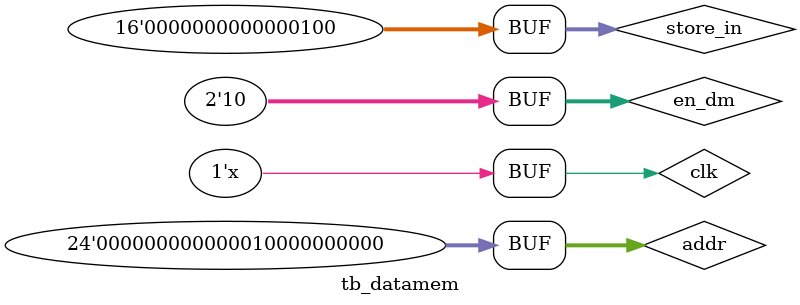
<source format=v>
`timescale 1ns / 1ps


module tb_datamem();
reg [15:0] store_in;
reg [23:0] addr;
reg [1:0] en_dm;
reg clk;
wire [15:0] load_in;

datamem C1(.clk(clk),.store_in(store_in), .addr(addr), .en_dm(en_dm), .load_in(load_in));

initial
begin
	clk = 0;
	
end
always #10 clk = ~clk;
initial begin

addr = 24'b00000000_00000001_00000000;
en_dm = 2'b10;


#20addr = 24'b00000000_00000100_00000000;
en_dm = 2'b11;
store_in = 16'h0004;


#40addr = 24'b00000000_00000100_00000000;
en_dm = 2'b10;
end
endmodule
</source>
